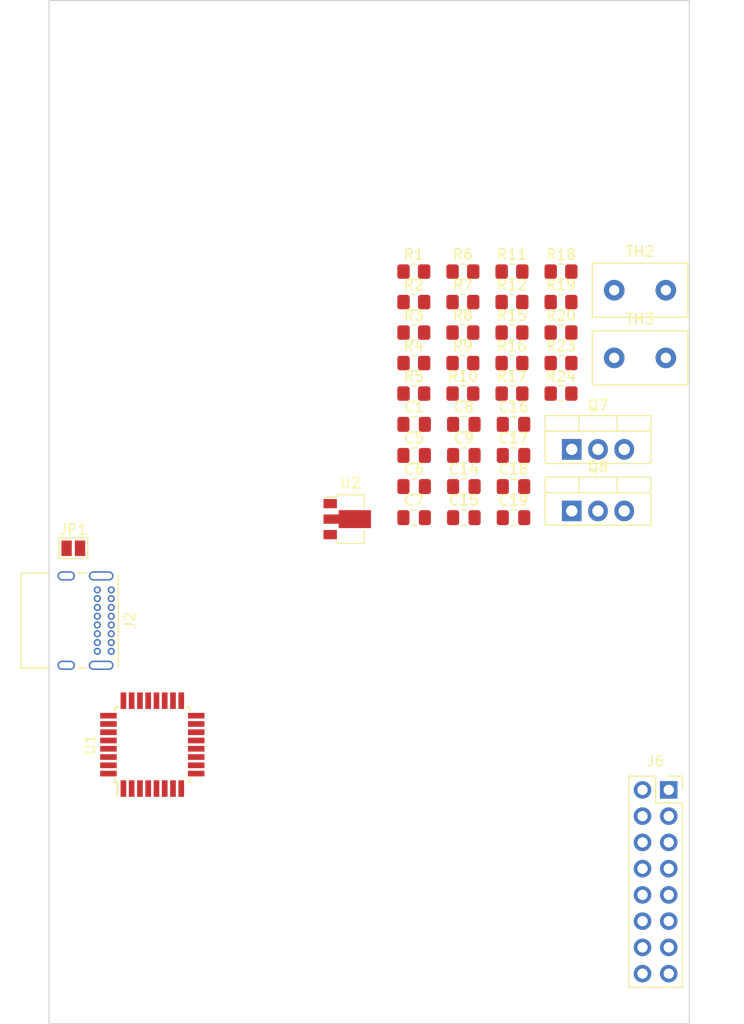
<source format=kicad_pcb>
(kicad_pcb (version 20221018) (generator pcbnew)
  (title_block (date "2023-03-25") (rev "1"))
  (layers (0 "F.Cu" signal) (31 "B.Cu" signal) (34 "B.Paste" user) (35 "F.Paste" user) (36 "B.SilkS" user "B.Silkscreen") (37 "F.SilkS" user "F.Silkscreen") (38 "B.Mask" user) (39 "F.Mask" user) (44 "Edge.Cuts" user))
  (net 0 "")
  (net 1 "GNDD")
  (net 2 "GND")
  (net 3 "VBUS")
  (net 4 "+3V3")
  (net 5 "Net-(U1-VCCP)")
  (net 6 "+30V")
  (net 7 "-30V")
  (net 8 "Net-(J2-CC1)")
  (net 9 "Net-(D3-A2)")
  (net 10 "Net-(D2-A2)")
  (net 13 "Net-(Q1-G)")
  (net 14 "Net-(U1-D-)")
  (net 15 "Net-(U1-D+)")
  (net 16 "Net-(U1-DT)")
  (net 17 "Net-(U1-XTI)")
  (net 18 "Net-(U1-XTO)")
  (net 19 "Net-(Q2-G)")
  (net 20 "Net-(Q7-B)")
  (net 21 "Net-(Q8-B)")
  (net 22 "Net-(D1-A2)")
  (net 23 "Net-(FB2-Pad1)")
  (net 24 "Net-(J2-SHIELD)")
  (net 25 "Net-(U2-ADJ)")
  (net 27 "/LRCK")
  (net 31 "/SSPND")
  (net 33 "/DATA")
  (net 34 "/SCK")
  (net 35 "/BCK")
  (net 42 "Net-(U1-VCOM)")
  (net 43 "+30Vreg")
  (net 44 "-30Vreg")
  (net 47 "Net-(D5-+)")
  (net 48 "Net-(D5--)")
  (net 49 "Net-(D6-A)")
  (net 51 "Net-(R18-Pad2)")
  (net 52 "Net-(R19-Pad1)")
  (net 53 "Net-(D7-K)")
  (footprint "Resistor_SMD:R_0805_2012Metric_Pad1.20x1.40mm_HandSolder" (layer "F.Cu") (at 49.57 35.08)
    (fp_text reference "R23" (at 0 -1.65) (layer "F.SilkS"))
    (fp_text value "10k")
    (fp_line (start -0.227064 -0.735) (end 0.227064 -0.735) (stroke (width 0.12)) (layer "F.SilkS"))
    (fp_line (start -0.227064 0.735) (end 0.227064 0.735) (stroke (width 0.12)) (layer "F.SilkS"))
    (pad "1" smd roundrect (at -1 0) (size 1.2 1.4) (layers "F.Cu" "F.Paste" "F.Mask") (roundrect_rratio 0.208333) (net 4 "+3V3"))
    (pad "2" smd roundrect (at 1 0) (size 1.2 1.4) (layers "F.Cu" "F.Paste" "F.Mask") (roundrect_rratio 0.208333) (net 25 "Net-(U2-ADJ)"))
  )
  (footprint "Package_TO_SOT_SMD:SOT-89-3" (layer "F.Cu") (at 29.17 50.18)
    (fp_text reference "U2" (at 0 -3.5) (layer "F.SilkS"))
    (fp_text value "LM317")
    (fp_line (start -2.5 -2.13) (end -1.36 -2.13) (stroke (width 0.12)) (layer "F.SilkS"))
    (fp_line (start -1.36 -2.36) (end -1.36 -2.13) (stroke (width 0.12)) (layer "F.SilkS"))
    (fp_line (start -1.36 -2.36) (end 1.36 -2.36) (stroke (width 0.12)) (layer "F.SilkS"))
    (fp_line (start -1.36 2.36) (end -1.36 2.13) (stroke (width 0.12)) (layer "F.SilkS"))
    (fp_line (start 1.36 -2.36) (end 1.36 -1.05) (stroke (width 0.12)) (layer "F.SilkS"))
    (fp_line (start 1.36 1.05) (end 1.36 2.36) (stroke (width 0.12)) (layer "F.SilkS"))
    (fp_line (start 1.36 2.36) (end -1.36 2.36) (stroke (width 0.12)) (layer "F.SilkS"))
    (pad "1" smd rect (at -1.95 -1.5) (size 1.3 0.9) (layers "F.Cu" "F.Paste" "F.Mask") (net 25 "Net-(U2-ADJ)"))
    (pad "2" smd custom (at -1.8625 0) (size 1.475 0.9) (layers "F.Cu" "F.Paste" "F.Mask") (net 4 "+3V3") (options (clearance outline) (anchor rect)) (primitives (gr_poly (pts (xy 3.8625 0.8665) (xy 0.7375 0.8665) (xy 0.7375 -0.8665) (xy 3.8625 -0.8665)) (width 0) (fill yes))))
    (pad "3" smd rect (at -1.95 1.5) (size 1.3 0.9) (layers "F.Cu" "F.Paste" "F.Mask") (net 3 "VBUS"))
  )
  (footprint "Capacitor_SMD:C_0805_2012Metric_Pad1.18x1.45mm_HandSolder" (layer "F.Cu") (at 44.97 50.04)
    (fp_text reference "C19" (at 0 -1.68) (layer "F.SilkS"))
    (fp_text value "1u")
    (fp_line (start -0.261252 -0.735) (end 0.261252 -0.735) (stroke (width 0.12)) (layer "F.SilkS"))
    (fp_line (start -0.261252 0.735) (end 0.261252 0.735) (stroke (width 0.12)) (layer "F.SilkS"))
    (pad "1" smd roundrect (at -1.0375 0) (size 1.175 1.45) (layers "F.Cu" "F.Paste" "F.Mask") (roundrect_rratio 0.212766) (net 1 "GNDD"))
    (pad "2" smd roundrect (at 1.0375 0) (size 1.175 1.45) (layers "F.Cu" "F.Paste" "F.Mask") (roundrect_rratio 0.212766) (net 4 "+3V3"))
  )
  (footprint "Capacitor_SMD:C_0805_2012Metric_Pad1.18x1.45mm_HandSolder" (layer "F.Cu") (at 40.16 50.04)
    (fp_text reference "C15" (at 0 -1.68) (layer "F.SilkS"))
    (fp_text value "47u")
    (fp_line (start -0.261252 -0.735) (end 0.261252 -0.735) (stroke (width 0.12)) (layer "F.SilkS"))
    (fp_line (start -0.261252 0.735) (end 0.261252 0.735) (stroke (width 0.12)) (layer "F.SilkS"))
    (pad "1" smd roundrect (at -1.0375 0) (size 1.175 1.45) (layers "F.Cu" "F.Paste" "F.Mask") (roundrect_rratio 0.212766) (net 2 "GND"))
    (pad "2" smd roundrect (at 1.0375 0) (size 1.175 1.45) (layers "F.Cu" "F.Paste" "F.Mask") (roundrect_rratio 0.212766) (net 7 "-30V"))
  )
  (footprint "Capacitor_SMD:C_0805_2012Metric_Pad1.18x1.45mm_HandSolder" (layer "F.Cu") (at 35.35 44.02)
    (fp_text reference "C5" (at 0 -1.68) (layer "F.SilkS"))
    (fp_text value "100n")
    (fp_line (start -0.261252 -0.735) (end 0.261252 -0.735) (stroke (width 0.12)) (layer "F.SilkS"))
    (fp_line (start -0.261252 0.735) (end 0.261252 0.735) (stroke (width 0.12)) (layer "F.SilkS"))
    (pad "1" smd roundrect (at -1.0375 0) (size 1.175 1.45) (layers "F.Cu" "F.Paste" "F.Mask") (roundrect_rratio 0.212766) (net 1 "GNDD"))
    (pad "2" smd roundrect (at 1.0375 0) (size 1.175 1.45) (layers "F.Cu" "F.Paste" "F.Mask") (roundrect_rratio 0.212766) (net 4 "+3V3"))
  )
  (footprint "Resistor_SMD:R_0805_2012Metric_Pad1.20x1.40mm_HandSolder" (layer "F.Cu") (at 35.32 29.18)
    (fp_text reference "R2" (at 0 -1.65) (layer "F.SilkS"))
    (fp_text value "1k5")
    (fp_line (start -0.227064 -0.735) (end 0.227064 -0.735) (stroke (width 0.12)) (layer "F.SilkS"))
    (fp_line (start -0.227064 0.735) (end 0.227064 0.735) (stroke (width 0.12)) (layer "F.SilkS"))
    (pad "1" smd roundrect (at -1 0) (size 1.2 1.4) (layers "F.Cu" "F.Paste" "F.Mask") (roundrect_rratio 0.208333) (net 9 "Net-(D3-A2)"))
    (pad "2" smd roundrect (at 1 0) (size 1.2 1.4) (layers "F.Cu" "F.Paste" "F.Mask") (roundrect_rratio 0.208333) (net 4 "+3V3"))
  )
  (footprint "Package_QFP:TQFP-32_7x7mm_P0.8mm" (layer "F.Cu") (at 10 72 90)
    (fp_text reference "U1" (at 0 -6.05 90) (layer "F.SilkS"))
    (fp_text value "PCM2707CPJTR")
    (fp_line (start -3.625 -3.625) (end -3.625 -3.4) (stroke (width 0.15)) (layer "F.SilkS"))
    (fp_line (start -3.625 -3.625) (end -3.3 -3.625) (stroke (width 0.15)) (layer "F.SilkS"))
    (fp_line (start -3.625 -3.4) (end -5.05 -3.4) (stroke (width 0.15)) (layer "F.SilkS"))
    (fp_line (start -3.625 3.625) (end -3.625 3.3) (stroke (width 0.15)) (layer "F.SilkS"))
    (fp_line (start -3.625 3.625) (end -3.3 3.625) (stroke (width 0.15)) (layer "F.SilkS"))
    (fp_line (start 3.625 -3.625) (end 3.3 -3.625) (stroke (width 0.15)) (layer "F.SilkS"))
    (fp_line (start 3.625 -3.625) (end 3.625 -3.3) (stroke (width 0.15)) (layer "F.SilkS"))
    (fp_line (start 3.625 3.625) (end 3.3 3.625) (stroke (width 0.15)) (layer "F.SilkS"))
    (fp_line (start 3.625 3.625) (end 3.625 3.3) (stroke (width 0.15)) (layer "F.SilkS"))
    (pad "1" smd rect (at -4.25 -2.8 90) (size 1.6 0.55) (layers "F.Cu" "F.Paste" "F.Mask") (net 1 "GNDD"))
    (pad "2" smd rect (at -4.25 -2 90) (size 1.6 0.55) (layers "F.Cu" "F.Paste" "F.Mask") (net 5 "Net-(U1-VCCP)"))
    (pad "3" smd rect (at -4.25 -1.2 90) (size 1.6 0.55) (layers "F.Cu" "F.Paste" "F.Mask") (net 3 "VBUS"))
    (pad "4" smd rect (at -4.25 -0.4 90) (size 1.6 0.55) (layers "F.Cu" "F.Paste" "F.Mask"))
    (pad "5" smd rect (at -4.25 0.4 90) (size 1.6 0.55) (layers "F.Cu" "F.Paste" "F.Mask") (net 27 "/LRCK"))
    (pad "6" smd rect (at -4.25 1.2 90) (size 1.6 0.55) (layers "F.Cu" "F.Paste" "F.Mask"))
    (pad "7" smd rect (at -4.25 2 90) (size 1.6 0.55) (layers "F.Cu" "F.Paste" "F.Mask"))
    (pad "8" smd rect (at -4.25 2.8 90) (size 1.6 0.55) (layers "F.Cu" "F.Paste" "F.Mask"))
    (pad "9" smd rect (at -2.8 4.25 180) (size 1.6 0.55) (layers "F.Cu" "F.Paste" "F.Mask") (net 1 "GNDD"))
    (pad "10" smd rect (at -2 4.25 180) (size 1.6 0.55) (layers "F.Cu" "F.Paste" "F.Mask") (net 4 "+3V3"))
    (pad "11" smd rect (at -1.2 4.25 180) (size 1.6 0.55) (layers "F.Cu" "F.Paste" "F.Mask") (net 31 "/SSPND"))
    (pad "12" smd rect (at -0.4 4.25 180) (size 1.6 0.55) (layers "F.Cu" "F.Paste" "F.Mask") (net 17 "Net-(U1-XTI)"))
    (pad "13" smd rect (at 0.4 4.25 180) (size 1.6 0.55) (layers "F.Cu" "F.Paste" "F.Mask") (net 18 "Net-(U1-XTO)"))
    (pad "14" smd rect (at 1.2 4.25 180) (size 1.6 0.55) (layers "F.Cu" "F.Paste" "F.Mask"))
    (pad "15" smd rect (at 2 4.25 180) (size 1.6 0.55) (layers "F.Cu" "F.Paste" "F.Mask") (net 16 "Net-(U1-DT)"))
    (pad "16" smd rect (at 2.8 4.25 180) (size 1.6 0.55) (layers "F.Cu" "F.Paste" "F.Mask") (net 1 "GNDD"))
    (pad "17" smd rect (at 4.25 2.8 90) (size 1.6 0.55) (layers "F.Cu" "F.Paste" "F.Mask") (net 33 "/DATA"))
    (pad "18" smd rect (at 4.25 2 90) (size 1.6 0.55) (layers "F.Cu" "F.Paste" "F.Mask") (net 34 "/SCK"))
    (pad "19" smd rect (at 4.25 1.2 90) (size 1.6 0.55) (layers "F.Cu" "F.Paste" "F.Mask") (net 35 "/BCK"))
    (pad "20" smd rect (at 4.25 0.4 90) (size 1.6 0.55) (layers "F.Cu" "F.Paste" "F.Mask") (net 1 "GNDD"))
    (pad "21" smd rect (at 4.25 -0.4 90) (size 1.6 0.55) (layers "F.Cu" "F.Paste" "F.Mask") (net 4 "+3V3"))
    (pad "22" smd rect (at 4.25 -1.2 90) (size 1.6 0.55) (layers "F.Cu" "F.Paste" "F.Mask") (net 14 "Net-(U1-D-)"))
    (pad "23" smd rect (at 4.25 -2 90) (size 1.6 0.55) (layers "F.Cu" "F.Paste" "F.Mask") (net 15 "Net-(U1-D+)"))
    (pad "24" smd rect (at 4.25 -2.8 90) (size 1.6 0.55) (layers "F.Cu" "F.Paste" "F.Mask") (net 3 "VBUS"))
    (pad "25" smd rect (at 2.8 -4.25 180) (size 1.6 0.55) (layers "F.Cu" "F.Paste" "F.Mask") (net 1 "GNDD"))
    (pad "26" smd rect (at 2 -4.25 180) (size 1.6 0.55) (layers "F.Cu" "F.Paste" "F.Mask"))
    (pad "27" smd rect (at 1.2 -4.25 180) (size 1.6 0.55) (layers "F.Cu" "F.Paste" "F.Mask"))
    (pad "28" smd rect (at 0.4 -4.25 180) (size 1.6 0.55) (layers "F.Cu" "F.Paste" "F.Mask"))
    (pad "29" smd rect (at -0.4 -4.25 180) (size 1.6 0.55) (layers "F.Cu" "F.Paste" "F.Mask"))
    (pad "30" smd rect (at -1.2 -4.25 180) (size 1.6 0.55) (layers "F.Cu" "F.Paste" "F.Mask"))
    (pad "31" smd rect (at -2 -4.25 180) (size 1.6 0.55) (layers "F.Cu" "F.Paste" "F.Mask"))
    (pad "32" smd rect (at -2.8 -4.25 180) (size 1.6 0.55) (layers "F.Cu" "F.Paste" "F.Mask") (net 42 "Net-(U1-VCOM)"))
  )
  (footprint "Capacitor_SMD:C_0805_2012Metric_Pad1.18x1.45mm_HandSolder" (layer "F.Cu") (at 35.35 50.04)
    (fp_text reference "C7" (at 0 -1.68) (layer "F.SilkS"))
    (fp_text value "100n")
    (fp_line (start -0.261252 -0.735) (end 0.261252 -0.735) (stroke (width 0.12)) (layer "F.SilkS"))
    (fp_line (start -0.261252 0.735) (end 0.261252 0.735) (stroke (width 0.12)) (layer "F.SilkS"))
    (pad "1" smd roundrect (at -1.0375 0) (size 1.175 1.45) (layers "F.Cu" "F.Paste" "F.Mask") (roundrect_rratio 0.212766) (net 1 "GNDD"))
    (pad "2" smd roundrect (at 1.0375 0) (size 1.175 1.45) (layers "F.Cu" "F.Paste" "F.Mask") (roundrect_rratio 0.212766) (net 5 "Net-(U1-VCCP)"))
  )
  (footprint "Resistor_SMD:R_0805_2012Metric_Pad1.20x1.40mm_HandSolder" (layer "F.Cu") (at 49.57 26.23)
    (fp_text reference "R18" (at 0 -1.65) (layer "F.SilkS"))
    (fp_text value "1k")
    (fp_line (start -0.227064 -0.735) (end 0.227064 -0.735) (stroke (width 0.12)) (layer "F.SilkS"))
    (fp_line (start -0.227064 0.735) (end 0.227064 0.735) (stroke (width 0.12)) (layer "F.SilkS"))
    (pad "1" smd roundrect (at -1 0) (size 1.2 1.4) (layers "F.Cu" "F.Paste" "F.Mask") (roundrect_rratio 0.208333) (net 49 "Net-(D6-A)"))
    (pad "2" smd roundrect (at 1 0) (size 1.2 1.4) (layers "F.Cu" "F.Paste" "F.Mask") (roundrect_rratio 0.208333) (net 51 "Net-(R18-Pad2)"))
  )
  (footprint "Capacitor_THT:C_Disc_D9.0mm_W5.0mm_P5.00mm" (layer "F.Cu") (at 54.72 28.03)
    (fp_text reference "TH2" (at 2.5 -3.75) (layer "F.SilkS"))
    (fp_text value "20R->1R")
    (fp_line (start -2.12 -2.62) (end -2.12 2.62) (stroke (width 0.12)) (layer "F.SilkS"))
    (fp_line (start -2.12 -2.62) (end 7.12 -2.62) (stroke (width 0.12)) (layer "F.SilkS"))
    (fp_line (start -2.12 2.62) (end 7.12 2.62) (stroke (width 0.12)) (layer "F.SilkS"))
    (fp_line (start 7.12 -2.62) (end 7.12 2.62) (stroke (width 0.12)) (layer "F.SilkS"))
    (pad "1" thru_hole circle (at 0 0) (size 2 2) (drill 1) (layers "*.Cu" "*.Mask") (net 47 "Net-(D5-+)"))
    (pad "2" thru_hole circle (at 5 0) (size 2 2) (drill 1) (layers "*.Cu" "*.Mask") (net 6 "+30V"))
  )
  (footprint "Resistor_SMD:R_0805_2012Metric_Pad1.20x1.40mm_HandSolder" (layer "F.Cu") (at 35.32 32.13)
    (fp_text reference "R3" (at 0 -1.65) (layer "F.SilkS"))
    (fp_text value "22")
    (fp_line (start -0.227064 -0.735) (end 0.227064 -0.735) (stroke (width 0.12)) (layer "F.SilkS"))
    (fp_line (start -0.227064 0.735) (end 0.227064 0.735) (stroke (width 0.12)) (layer "F.SilkS"))
    (pad "1" smd roundrect (at -1 0) (size 1.2 1.4) (layers "F.Cu" "F.Paste" "F.Mask") (roundrect_rratio 0.208333) (net 10 "Net-(D2-A2)"))
    (pad "2" smd roundrect (at 1 0) (size 1.2 1.4) (layers "F.Cu" "F.Paste" "F.Mask") (roundrect_rratio 0.208333) (net 14 "Net-(U1-D-)"))
  )
  (footprint "Capacitor_THT:C_Disc_D9.0mm_W5.0mm_P5.00mm" (layer "F.Cu") (at 54.72 34.58)
    (fp_text reference "TH3" (at 2.5 -3.75) (layer "F.SilkS"))
    (fp_text value "20R->1R")
    (fp_line (start -2.12 -2.62) (end -2.12 2.62) (stroke (width 0.12)) (layer "F.SilkS"))
    (fp_line (start -2.12 -2.62) (end 7.12 -2.62) (stroke (width 0.12)) (layer "F.SilkS"))
    (fp_line (start -2.12 2.62) (end 7.12 2.62) (stroke (width 0.12)) (layer "F.SilkS"))
    (fp_line (start 7.12 -2.62) (end 7.12 2.62) (stroke (width 0.12)) (layer "F.SilkS"))
    (pad "1" thru_hole circle (at 0 0) (size 2 2) (drill 1) (layers "*.Cu" "*.Mask") (net 48 "Net-(D5--)"))
    (pad "2" thru_hole circle (at 5 0) (size 2 2) (drill 1) (layers "*.Cu" "*.Mask") (net 7 "-30V"))
  )
  (footprint "Capacitor_SMD:C_0805_2012Metric_Pad1.18x1.45mm_HandSolder" (layer "F.Cu") (at 44.97 41.01)
    (fp_text reference "C16" (at 0 -1.68) (layer "F.SilkS"))
    (fp_text value "47u")
    (fp_line (start -0.261252 -0.735) (end 0.261252 -0.735) (stroke (width 0.12)) (layer "F.SilkS"))
    (fp_line (start -0.261252 0.735) (end 0.261252 0.735) (stroke (width 0.12)) (layer "F.SilkS"))
    (pad "1" smd roundrect (at -1.0375 0) (size 1.175 1.45) (layers "F.Cu" "F.Paste" "F.Mask") (roundrect_rratio 0.212766) (net 20 "Net-(Q7-B)"))
    (pad "2" smd roundrect (at 1.0375 0) (size 1.175 1.45) (layers "F.Cu" "F.Paste" "F.Mask") (roundrect_rratio 0.212766) (net 2 "GND"))
  )
  (footprint "Resistor_SMD:R_0805_2012Metric_Pad1.20x1.40mm_HandSolder" (layer "F.Cu") (at 35.32 26.23)
    (fp_text reference "R1" (at 0 -1.65) (layer "F.SilkS"))
    (fp_text value "5.1k")
    (fp_line (start -0.227064 -0.735) (end 0.227064 -0.735) (stroke (width 0.12)) (layer "F.SilkS"))
    (fp_line (start -0.227064 0.735) (end 0.227064 0.735) (stroke (width 0.12)) (layer "F.SilkS"))
    (pad "1" smd roundrect (at -1 0) (size 1.2 1.4) (layers "F.Cu" "F.Paste" "F.Mask") (roundrect_rratio 0.208333) (net 8 "Net-(J2-CC1)"))
    (pad "2" smd roundrect (at 1 0) (size 1.2 1.4) (layers "F.Cu" "F.Paste" "F.Mask") (roundrect_rratio 0.208333) (net 1 "GNDD"))
  )
  (footprint "Capacitor_SMD:C_0805_2012Metric_Pad1.18x1.45mm_HandSolder" (layer "F.Cu") (at 44.97 44.02)
    (fp_text reference "C17" (at 0 -1.68) (layer "F.SilkS"))
    (fp_text value "47u")
    (fp_line (start -0.261252 -0.735) (end 0.261252 -0.735) (stroke (width 0.12)) (layer "F.SilkS"))
    (fp_line (start -0.261252 0.735) (end 0.261252 0.735) (stroke (width 0.12)) (layer "F.SilkS"))
    (pad "1" smd roundrect (at -1.0375 0) (size 1.175 1.45) (layers "F.Cu" "F.Paste" "F.Mask") (roundrect_rratio 0.212766) (net 2 "GND"))
    (pad "2" smd roundrect (at 1.0375 0) (size 1.175 1.45) (layers "F.Cu" "F.Paste" "F.Mask") (roundrect_rratio 0.212766) (net 21 "Net-(Q8-B)"))
  )
  (footprint "Resistor_SMD:R_0805_2012Metric_Pad1.20x1.40mm_HandSolder" (layer "F.Cu") (at 40.07 32.13)
    (fp_text reference "R8" (at 0 -1.65) (layer "F.SilkS"))
    (fp_text value "10k")
    (fp_line (start -0.227064 -0.735) (end 0.227064 -0.735) (stroke (width 0.12)) (layer "F.SilkS"))
    (fp_line (start -0.227064 0.735) (end 0.227064 0.735) (stroke (width 0.12)) (layer "F.SilkS"))
    (pad "1" smd roundrect (at -1 0) (size 1.2 1.4) (layers "F.Cu" "F.Paste" "F.Mask") (roundrect_rratio 0.208333) (net 13 "Net-(Q1-G)"))
    (pad "2" smd roundrect (at 1 0) (size 1.2 1.4) (layers "F.Cu" "F.Paste" "F.Mask") (roundrect_rratio 0.208333) (net 2 "GND"))
  )
  (footprint "Resistor_SMD:R_0805_2012Metric_Pad1.20x1.40mm_HandSolder" (layer "F.Cu") (at 44.82 29.18)
    (fp_text reference "R12" (at 0 -1.65) (layer "F.SilkS"))
    (fp_text value "10k")
    (fp_line (start -0.227064 -0.735) (end 0.227064 -0.735) (stroke (width 0.12)) (layer "F.SilkS"))
    (fp_line (start -0.227064 0.735) (end 0.227064 0.735) (stroke (width 0.12)) (layer "F.SilkS"))
    (pad "1" smd roundrect (at -1 0) (size 1.2 1.4) (layers "F.Cu" "F.Paste" "F.Mask") (roundrect_rratio 0.208333) (net 2 "GND"))
    (pad "2" smd roundrect (at 1 0) (size 1.2 1.4) (layers "F.Cu" "F.Paste" "F.Mask") (roundrect_rratio 0.208333) (net 7 "-30V"))
  )
  (footprint "Resistor_SMD:R_0805_2012Metric_Pad1.20x1.40mm_HandSolder" (layer "F.Cu") (at 44.82 35.08)
    (fp_text reference "R16" (at 0 -1.65) (layer "F.SilkS"))
    (fp_text value "3k3")
    (fp_line (start -0.227064 -0.735) (end 0.227064 -0.735) (stroke (width 0.12)) (layer "F.SilkS"))
    (fp_line (start -0.227064 0.735) (end 0.227064 0.735) (stroke (width 0.12)) (layer "F.SilkS"))
    (pad "1" smd roundrect (at -1 0) (size 1.2 1.4) (layers "F.Cu" "F.Paste" "F.Mask") (roundrect_rratio 0.208333) (net 7 "-30V"))
    (pad "2" smd roundrect (at 1 0) (size 1.2 1.4) (layers "F.Cu" "F.Paste" "F.Mask") (roundrect_rratio 0.208333) (net 21 "Net-(Q8-B)"))
  )
  (footprint "Resistor_SMD:R_0805_2012Metric_Pad1.20x1.40mm_HandSolder" (layer "F.Cu") (at 40.07 38.03)
    (fp_text reference "R10" (at 0 -1.65) (layer "F.SilkS"))
    (fp_text value "22k")
    (fp_line (start -0.227064 -0.735) (end 0.227064 -0.735) (stroke (width 0.12)) (layer "F.SilkS"))
    (fp_line (start -0.227064 0.735) (end 0.227064 0.735) (stroke (width 0.12)) (layer "F.SilkS"))
    (pad "1" smd roundrect (at -1 0) (size 1.2 1.4) (layers "F.Cu" "F.Paste" "F.Mask") (roundrect_rratio 0.208333) (net 19 "Net-(Q2-G)"))
    (pad "2" smd roundrect (at 1 0) (size 1.2 1.4) (layers "F.Cu" "F.Paste" "F.Mask") (roundrect_rratio 0.208333) (net 48 "Net-(D5--)"))
  )
  (footprint "Resistor_SMD:R_0805_2012Metric_Pad1.20x1.40mm_HandSolder" (layer "F.Cu") (at 44.82 26.23)
    (fp_text reference "R11" (at 0 -1.65) (layer "F.SilkS"))
    (fp_text value "10k")
    (fp_line (start -0.227064 -0.735) (end 0.227064 -0.735) (stroke (width 0.12)) (layer "F.SilkS"))
    (fp_line (start -0.227064 0.735) (end 0.227064 0.735) (stroke (width 0.12)) (layer "F.SilkS"))
    (pad "1" smd roundrect (at -1 0) (size 1.2 1.4) (layers "F.Cu" "F.Paste" "F.Mask") (roundrect_rratio 0.208333) (net 6 "+30V"))
    (pad "2" smd roundrect (at 1 0) (size 1.2 1.4) (layers "F.Cu" "F.Paste" "F.Mask") (roundrect_rratio 0.208333) (net 2 "GND"))
  )
  (footprint "Resistor_SMD:R_0805_2012Metric_Pad1.20x1.40mm_HandSolder" (layer "F.Cu") (at 49.57 38.03)
    (fp_text reference "R24" (at 0 -1.65) (layer "F.SilkS"))
    (fp_text value "16k")
    (fp_line (start -0.227064 -0.735) (end 0.227064 -0.735) (stroke (width 0.12)) (layer "F.SilkS"))
    (fp_line (start -0.227064 0.735) (end 0.227064 0.735) (stroke (width 0.12)) (layer "F.SilkS"))
    (pad "1" smd roundrect (at -1 0) (size 1.2 1.4) (layers "F.Cu" "F.Paste" "F.Mask") (roundrect_rratio 0.208333) (net 25 "Net-(U2-ADJ)"))
    (pad "2" smd roundrect (at 1 0) (size 1.2 1.4) (layers "F.Cu" "F.Paste" "F.Mask") (roundrect_rratio 0.208333) (net 1 "GNDD"))
  )
  (footprint "Package_TO_SOT_THT:TO-220-3_Vertical" (layer "F.Cu") (at 50.61 49.39)
    (fp_text reference "Q8" (at 2.54 -4.27) (layer "F.SilkS"))
    (fp_text value "PNP")
    (fp_line (start -2.58 -3.27) (end -2.58 1.371) (stroke (width 0.12)) (layer "F.SilkS"))
    (fp_line (start -2.58 -3.27) (end 7.66 -3.27) (stroke (width 0.12)) (layer "F.SilkS"))
    (fp_line (start -2.58 -1.76) (end 7.66 -1.76) (stroke (width 0.12)) (layer "F.SilkS"))
    (fp_line (start -2.58 1.371) (end 7.66 1.371) (stroke (width 0.12)) (layer "F.SilkS"))
    (fp_line (start 0.69 -3.27) (end 0.69 -1.76) (stroke (width 0.12)) (layer "F.SilkS"))
    (fp_line (start 4.391 -3.27) (end 4.391 -1.76) (stroke (width 0.12)) (layer "F.SilkS"))
    (fp_line (start 7.66 -3.27) (end 7.66 1.371) (stroke (width 0.12)) (layer "F.SilkS"))
    (pad "1" thru_hole rect (at 0 0) (size 1.905 2) (drill 1.1) (layers "*.Cu" "*.Mask") (net 7 "-30V"))
    (pad "2" thru_hole oval (at 2.54 0) (size 1.905 2) (drill 1.1) (layers "*.Cu" "*.Mask") (net 21 "Net-(Q8-B)"))
    (pad "3" thru_hole oval (at 5.08 0) (size 1.905 2) (drill 1.1) (layers "*.Cu" "*.Mask") (net 44 "-30Vreg"))
  )
  (footprint "Resistor_SMD:R_0805_2012Metric_Pad1.20x1.40mm_HandSolder" (layer "F.Cu") (at 44.82 32.13)
    (fp_text reference "R15" (at 0 -1.65) (layer "F.SilkS"))
    (fp_text value "3k3")
    (fp_line (start -0.227064 -0.735) (end 0.227064 -0.735) (stroke (width 0.12)) (layer "F.SilkS"))
    (fp_line (start -0.227064 0.735) (end 0.227064 0.735) (stroke (width 0.12)) (layer "F.SilkS"))
    (pad "1" smd roundrect (at -1 0) (size 1.2 1.4) (layers "F.Cu" "F.Paste" "F.Mask") (roundrect_rratio 0.208333) (net 6 "+30V"))
    (pad "2" smd roundrect (at 1 0) (size 1.2 1.4) (layers "F.Cu" "F.Paste" "F.Mask") (roundrect_rratio 0.208333) (net 20 "Net-(Q7-B)"))
  )
  (footprint "Resistor_SMD:R_0805_2012Metric_Pad1.20x1.40mm_HandSolder" (layer "F.Cu") (at 35.32 35.08)
    (fp_text reference "R4" (at 0 -1.65) (layer "F.SilkS"))
    (fp_text value "22")
    (fp_line (start -0.227064 -0.735) (end 0.227064 -0.735) (stroke (width 0.12)) (layer "F.SilkS"))
    (fp_line (start -0.227064 0.735) (end 0.227064 0.735) (stroke (width 0.12)) (layer "F.SilkS"))
    (pad "1" smd roundrect (at -1 0) (size 1.2 1.4) (layers "F.Cu" "F.Paste" "F.Mask") (roundrect_rratio 0.208333) (net 9 "Net-(D3-A2)"))
    (pad "2" smd roundrect (at 1 0) (size 1.2 1.4) (layers "F.Cu" "F.Paste" "F.Mask") (roundrect_rratio 0.208333) (net 15 "Net-(U1-D+)"))
  )
  (footprint "Capacitor_SMD:C_0805_2012Metric_Pad1.18x1.45mm_HandSolder" (layer "F.Cu") (at 40.16 41.01)
    (fp_text reference "C8" (at 0 -1.68) (layer "F.SilkS"))
    (fp_text value "47u")
    (fp_line (start -0.261252 -0.735) (end 0.261252 -0.735) (stroke (width 0.12)) (layer "F.SilkS"))
    (fp_line (start -0.261252 0.735) (end 0.261252 0.735) (stroke (width 0.12)) (layer "F.SilkS"))
    (pad "1" smd roundrect (at -1.0375 0) (size 1.175 1.45) (layers "F.Cu" "F.Paste" "F.Mask") (roundrect_rratio 0.212766) (net 13 "Net-(Q1-G)"))
    (pad "2" smd roundrect (at 1.0375 0) (size 1.175 1.45) (layers "F.Cu" "F.Paste" "F.Mask") (roundrect_rratio 0.212766) (net 2 "GND"))
  )
  (footprint "Resistor_SMD:R_0805_2012Metric_Pad1.20x1.40mm_HandSolder" (layer "F.Cu") (at 40.07 26.23)
    (fp_text reference "R6" (at 0 -1.65) (layer "F.SilkS"))
    (fp_text value "1M")
    (fp_line (start -0.227064 -0.735) (end 0.227064 -0.735) (stroke (width 0.12)) (layer "F.SilkS"))
    (fp_line (start -0.227064 0.735) (end 0.227064 0.735) (stroke (width 0.12)) (layer "F.SilkS"))
    (pad "1" smd roundrect (at -1 0) (size 1.2 1.4) (layers "F.Cu" "F.Paste" "F.Mask") (roundrect_rratio 0.208333) (net 17 "Net-(U1-XTI)"))
    (pad "2" smd roundrect (at 1 0) (size 1.2 1.4) (layers "F.Cu" "F.Paste" "F.Mask") (roundrect_rratio 0.208333) (net 18 "Net-(U1-XTO)"))
  )
  (footprint "Capacitor_SMD:C_0805_2012Metric_Pad1.18x1.45mm_HandSolder" (layer "F.Cu") (at 40.16 47.03)
    (fp_text reference "C14" (at 0 -1.68) (layer "F.SilkS"))
    (fp_text value "47u")
    (fp_line (start -0.261252 -0.735) (end 0.261252 -0.735) (stroke (width 0.12)) (layer "F.SilkS"))
    (fp_line (start -0.261252 0.735) (end 0.261252 0.735) (stroke (width 0.12)) (layer "F.SilkS"))
    (pad "1" smd roundrect (at -1.0375 0) (size 1.175 1.45) (layers "F.Cu" "F.Paste" "F.Mask") (roundrect_rratio 0.212766) (net 6 "+30V"))
    (pad "2" smd roundrect (at 1.0375 0) (size 1.175 1.45) (layers "F.Cu" "F.Paste" "F.Mask") (roundrect_rratio 0.212766) (net 2 "GND"))
  )
  (footprint "Capacitor_SMD:C_0805_2012Metric_Pad1.18x1.45mm_HandSolder" (layer "F.Cu") (at 35.35 41.01)
    (fp_text reference "C1" (at 0 -1.68) (layer "F.SilkS"))
    (fp_text value "1u")
    (fp_line (start -0.261252 -0.735) (end 0.261252 -0.735) (stroke (width 0.12)) (layer "F.SilkS"))
    (fp_line (start -0.261252 0.735) (end 0.261252 0.735) (stroke (width 0.12)) (layer "F.SilkS"))
    (pad "1" smd roundrect (at -1.0375 0) (size 1.175 1.45) (layers "F.Cu" "F.Paste" "F.Mask") (roundrect_rratio 0.212766) (net 1 "GNDD"))
    (pad "2" smd roundrect (at 1.0375 0) (size 1.175 1.45) (layers "F.Cu" "F.Paste" "F.Mask") (roundrect_rratio 0.212766) (net 3 "VBUS"))
  )
  (footprint "Connector_USB:USB_C_Receptacle_GCT_USB4085" (layer "F.Cu") (at 6.025 57.025 -90)
    (fp_text reference "J2" (at 2.975 -1.8 90) (layer "F.SilkS"))
    (fp_text value "USB_C_Receptacle_USB2.0")
    (fp_line (start -1.62 2.4) (end -1.62 3.3) (stroke (width 0.12)) (layer "F.SilkS"))
    (fp_line (start -1.62 6) (end -1.62 8.73) (stroke (width 0.12)) (layer "F.SilkS"))
    (fp_line (start -1.62 8.73) (end 7.57 8.73) (stroke (width 0.12)) (layer "F.SilkS"))
    (fp_line (start -1.5 -0.68) (end 7.45 -0.68) (stroke (width 0.12)) (layer "F.SilkS"))
    (fp_line (start 7.57 2.4) (end 7.57 3.3) (stroke (width 0.12)) (layer "F.SilkS"))
    (fp_line (start 7.57 6) (end 7.57 8.73) (stroke (width 0.12)) (layer "F.SilkS"))
    (pad "A1" thru_hole circle (at 0 0 270) (size 0.7 0.7) (drill 0.4) (layers "*.Cu" "*.Mask") (net 22 "Net-(D1-A2)"))
    (pad "A4" thru_hole circle (at 0.85 0 270) (size 0.7 0.7) (drill 0.4) (layers "*.Cu" "*.Mask") (net 23 "Net-(FB2-Pad1)"))
    (pad "A5" thru_hole circle (at 1.7 0 270) (size 0.7 0.7) (drill 0.4) (layers "*.Cu" "*.Mask") (net 8 "Net-(J2-CC1)"))
    (pad "A6" thru_hole circle (at 2.55 0 270) (size 0.7 0.7) (drill 0.4) (layers "*.Cu" "*.Mask") (net 9 "Net-(D3-A2)"))
    (pad "A7" thru_hole circle (at 3.4 0 270) (size 0.7 0.7) (drill 0.4) (layers "*.Cu" "*.Mask") (net 10 "Net-(D2-A2)"))
    (pad "A8" thru_hole circle (at 4.25 0 270) (size 0.7 0.7) (drill 0.4) (layers "*.Cu" "*.Mask"))
    (pad "A9" thru_hole circle (at 5.1 0 270) (size 0.7 0.7) (drill 0.4) (layers "*.Cu" "*.Mask") (net 23 "Net-(FB2-Pad1)"))
    (pad "A12" thru_hole circle (at 5.95 0 270) (size 0.7 0.7) (drill 0.4) (layers "*.Cu" "*.Mask") (net 22 "Net-(D1-A2)"))
    (pad "B1" thru_hole circle (at 5.95 1.35 270) (size 0.7 0.7) (drill 0.4) (layers "*.Cu" "*.Mask") (net 22 "Net-(D1-A2)"))
    (pad "B4" thru_hole circle (at 5.1 1.35 270) (size 0.7 0.7) (drill 0.4) (layers "*.Cu" "*.Mask") (net 23 "Net-(FB2-Pad1)"))
    (pad "B5" thru_hole circle (at 4.25 1.35 270) (size 0.7 0.7) (drill 0.4) (layers "*.Cu" "*.Mask") (net 8 "Net-(J2-CC1)"))
    (pad "B6" thru_hole circle (at 3.4 1.35 270) (size 0.7 0.7) (drill 0.4) (layers "*.Cu" "*.Mask") (net 9 "Net-(D3-A2)"))
    (pad "B7" thru_hole circle (at 2.55 1.35 270) (size 0.7 0.7) (drill 0.4) (layers "*.Cu" "*.Mask") (net 10 "Net-(D2-A2)"))
    (pad "B8" thru_hole circle (at 1.7 1.35 270) (size 0.7 0.7) (drill 0.4) (layers "*.Cu" "*.Mask"))
    (pad "B9" thru_hole circle (at 0.85 1.35 270) (size 0.7 0.7) (drill 0.4) (layers "*.Cu" "*.Mask") (net 23 "Net-(FB2-Pad1)"))
    (pad "B12" thru_hole circle (at 0 1.35 270) (size 0.7 0.7) (drill 0.4) (layers "*.Cu" "*.Mask") (net 22 "Net-(D1-A2)"))
    (pad "S1" thru_hole oval (at -1.35 0.98 270) (size 0.9 2.4) (drill oval 0.6 2.1) (layers "*.Cu" "*.Mask") (net 24 "Net-(J2-SHIELD)"))
    (pad "S1" thru_hole oval (at -1.35 4.36 270) (size 0.9 1.7) (drill oval 0.6 1.4) (layers "*.Cu" "*.Mask") (net 24 "Net-(J2-SHIELD)"))
    (pad "S1" thru_hole oval (at 7.3 0.98 270) (size 0.9 2.4) (drill oval 0.6 2.1) (layers "*.Cu" "*.Mask") (net 24 "Net-(J2-SHIELD)"))
    (pad "S1" thru_hole oval (at 7.3 4.36 270) (size 0.9 1.7) (drill oval 0.6 1.4) (layers "*.Cu" "*.Mask") (net 24 "Net-(J2-SHIELD)"))
  )
  (footprint "Resistor_SMD:R_0805_2012Metric_Pad1.20x1.40mm_HandSolder" (layer "F.Cu") (at 49.57 32.13)
    (fp_text reference "R20" (at 0 -1.65) (layer "F.SilkS"))
    (fp_text value "33k")
    (fp_line (start -0.227064 -0.735) (end 0.227064 -0.735) (stroke (width 0.12)) (layer "F.SilkS"))
    (fp_line (start -0.227064 0.735) (end 0.227064 0.735) (stroke (width 0.12)) (layer "F.SilkS"))
    (pad "1" smd roundrect (at -1 0) (size 1.2 1.4) (layers "F.Cu" "F.Paste" "F.Mask") (roundrect_rratio 0.208333) (net 53 "Net-(D7-K)"))
    (pad "2" smd roundrect (at 1 0) (size 1.2 1.4) (layers "F.Cu" "F.Paste" "F.Mask") (roundrect_rratio 0.208333))
  )
  (footprint "Resistor_SMD:R_0805_2012Metric_Pad1.20x1.40mm_HandSolder" (layer "F.Cu") (at 44.82 38.03)
    (fp_text reference "R17" (at 0 -1.65) (layer "F.SilkS"))
    (fp_text value "33k")
    (fp_line (start -0.227064 -0.735) (end 0.227064 -0.735) (stroke (width 0.12)) (layer "F.SilkS"))
    (fp_line (start -0.227064 0.735) (end 0.227064 0.735) (stroke (width 0.12)) (layer "F.SilkS"))
    (pad "1" smd roundrect (at -1 0) (size 1.2 1.4) (layers "F.Cu" "F.Paste" "F.Mask") (roundrect_rratio 0.208333) (net 49 "Net-(D6-A)"))
    (pad "2" smd roundrect (at 1 0) (size 1.2 1.4) (layers "F.Cu" "F.Paste" "F.Mask") (roundrect_rratio 0.208333))
  )
  (footprint "Package_TO_SOT_THT:TO-220-3_Vertical" (layer "F.Cu") (at 50.61 43.43)
    (fp_text reference "Q7" (at 2.54 -4.27) (layer "F.SilkS"))
    (fp_text value "NPN")
    (fp_line (start -2.58 -3.27) (end -2.58 1.371) (stroke (width 0.12)) (layer "F.SilkS"))
    (fp_line (start -2.58 -3.27) (end 7.66 -3.27) (stroke (width 0.12)) (layer "F.SilkS"))
    (fp_line (start -2.58 -1.76) (end 7.66 -1.76) (stroke (width 0.12)) (layer "F.SilkS"))
    (fp_line (start -2.58 1.371) (end 7.66 1.371) (stroke (width 0.12)) (layer "F.SilkS"))
    (fp_line (start 0.69 -3.27) (end 0.69 -1.76) (stroke (width 0.12)) (layer "F.SilkS"))
    (fp_line (start 4.391 -3.27) (end 4.391 -1.76) (stroke (width 0.12)) (layer "F.SilkS"))
    (fp_line (start 7.66 -3.27) (end 7.66 1.371) (stroke (width 0.12)) (layer "F.SilkS"))
    (pad "1" thru_hole rect (at 0 0) (size 1.905 2) (drill 1.1) (layers "*.Cu" "*.Mask") (net 6 "+30V"))
    (pad "2" thru_hole oval (at 2.54 0) (size 1.905 2) (drill 1.1) (layers "*.Cu" "*.Mask") (net 20 "Net-(Q7-B)"))
    (pad "3" thru_hole oval (at 5.08 0) (size 1.905 2) (drill 1.1) (layers "*.Cu" "*.Mask") (net 43 "+30Vreg"))
  )
  (footprint "Resistor_SMD:R_0805_2012Metric_Pad1.20x1.40mm_HandSolder" (layer "F.Cu") (at 40.07 35.08)
    (fp_text reference "R9" (at 0 -1.65) (layer "F.SilkS"))
    (fp_text value "10k")
    (fp_line (start -0.227064 -0.735) (end 0.227064 -0.735) (stroke (width 0.12)) (layer "F.SilkS"))
    (fp_line (start -0.227064 0.735) (end 0.227064 0.735) (stroke (width 0.12)) (layer "F.SilkS"))
    (pad "1" smd roundrect (at -1 0) (size 1.2 1.4) (layers "F.Cu" "F.Paste" "F.Mask") (roundrect_rratio 0.208333) (net 2 "GND"))
    (pad "2" smd roundrect (at 1 0) (size 1.2 1.4) (layers "F.Cu" "F.Paste" "F.Mask") (roundrect_rratio 0.208333) (net 19 "Net-(Q2-G)"))
  )
  (footprint "Connector_PinSocket_2.54mm:PinSocket_2x08_P2.54mm_Vertical" (layer "F.Cu") (at 60 76.38)
    (fp_text reference "J6" (at -1.27 -2.77) (layer "F.SilkS"))
    (fp_text value "Conn_02x08_Odd_Even")
    (fp_line (start -3.87 -1.33) (end -3.87 19.11) (stroke (width 0.12)) (layer "F.SilkS"))
    (fp_line (start -3.87 -1.33) (end -1.27 -1.33) (stroke (width 0.12)) (layer "F.SilkS"))
    (fp_line (start -3.87 19.11) (end 1.33 19.11) (stroke (width 0.12)) (layer "F.SilkS"))
    (fp_line (start -1.27 -1.33) (end -1.27 1.27) (stroke (width 0.12)) (layer "F.SilkS"))
    (fp_line (start -1.27 1.27) (end 1.33 1.27) (stroke (width 0.12)) (layer "F.SilkS"))
    (fp_line (start 0 -1.33) (end 1.33 -1.33) (stroke (width 0.12)) (layer "F.SilkS"))
    (fp_line (start 1.33 -1.33) (end 1.33 0) (stroke (width 0.12)) (layer "F.SilkS"))
    (fp_line (start 1.33 1.27) (end 1.33 19.11) (stroke (width 0.12)) (layer "F.SilkS"))
    (pad "1" thru_hole rect (at 0 0) (size 1.7 1.7) (drill 1) (layers "*.Cu" "*.Mask") (net 43 "+30Vreg"))
    (pad "2" thru_hole oval (at -2.54 0) (size 1.7 1.7) (drill 1) (layers "*.Cu" "*.Mask") (net 6 "+30V"))
    (pad "3" thru_hole oval (at 0 2.54) (size 1.7 1.7) (drill 1) (layers "*.Cu" "*.Mask") (net 2 "GND"))
    (pad "4" thru_hole oval (at -2.54 2.54) (size 1.7 1.7) (drill 1) (layers "*.Cu" "*.Mask") (net 2 "GND"))
    (pad "5" thru_hole oval (at 0 5.08) (size 1.7 1.7) (drill 1) (layers "*.Cu" "*.Mask") (net 44 "-30Vreg"))
    (pad "6" thru_hole oval (at -2.54 5.08) (size 1.7 1.7) (drill 1) (layers "*.Cu" "*.Mask") (net 7 "-30V"))
    (pad "7" thru_hole oval (at 0 7.62) (size 1.7 1.7) (drill 1) (layers "*.Cu" "*.Mask"))
    (pad "8" thru_hole oval (at -2.54 7.62) (size 1.7 1.7) (drill 1) (layers "*.Cu" "*.Mask"))
    (pad "9" thru_hole oval (at 0 10.16) (size 1.7 1.7) (drill 1) (layers "*.Cu" "*.Mask") (net 4 "+3V3"))
    (pad "10" thru_hole oval (at -2.54 10.16) (size 1.7 1.7) (drill 1) (layers "*.Cu" "*.Mask") (net 2 "GND"))
    (pad "11" thru_hole oval (at 0 12.7) (size 1.7 1.7) (drill 1) (layers "*.Cu" "*.Mask") (net 27 "/LRCK"))
    (pad "12" thru_hole oval (at -2.54 12.7) (size 1.7 1.7) (drill 1) (layers "*.Cu" "*.Mask") (net 33 "/DATA"))
    (pad "13" thru_hole oval (at 0 15.24) (size 1.7 1.7) (drill 1) (layers "*.Cu" "*.Mask") (net 2 "GND"))
    (pad "14" thru_hole oval (at -2.54 15.24) (size 1.7 1.7) (drill 1) (layers "*.Cu" "*.Mask") (net 34 "/SCK"))
    (pad "15" thru_hole oval (at 0 17.78) (size 1.7 1.7) (drill 1) (layers "*.Cu" "*.Mask") (net 35 "/BCK"))
    (pad "16" thru_hole oval (at -2.54 17.78) (size 1.7 1.7) (drill 1) (layers "*.Cu" "*.Mask") (net 31 "/SSPND"))
  )
  (footprint "Capacitor_SMD:C_0805_2012Metric_Pad1.18x1.45mm_HandSolder" (layer "F.Cu") (at 40.16 44.02)
    (fp_text reference "C9" (at 0 -1.68) (layer "F.SilkS"))
    (fp_text value "47u")
    (fp_line (start -0.261252 -0.735) (end 0.261252 -0.735) (stroke (width 0.12)) (layer "F.SilkS"))
    (fp_line (start -0.261252 0.735) (end 0.261252 0.735) (stroke (width 0.12)) (layer "F.SilkS"))
    (pad "1" smd roundrect (at -1.0375 0) (size 1.175 1.45) (layers "F.Cu" "F.Paste" "F.Mask") (roundrect_rratio 0.212766) (net 2 "GND"))
    (pad "2" smd roundrect (at 1.0375 0) (size 1.175 1.45) (layers "F.Cu" "F.Paste" "F.Mask") (roundrect_rratio 0.212766) (net 19 "Net-(Q2-G)"))
  )
  (footprint "Resistor_SMD:R_0805_2012Metric_Pad1.20x1.40mm_HandSolder" (layer "F.Cu") (at 49.57 29.18)
    (fp_text reference "R19" (at 0 -1.65) (layer "F.SilkS"))
    (fp_text value "1k")
    (fp_line (start -0.227064 -0.735) (end 0.227064 -0.735) (stroke (width 0.12)) (layer "F.SilkS"))
    (fp_line (start -0.227064 0.735) (end 0.227064 0.735) (stroke (width 0.12)) (layer "F.SilkS"))
    (pad "1" smd roundrect (at -1 0) (size 1.2 1.4) (layers "F.Cu" "F.Paste" "F.Mask") (roundrect_rratio 0.208333) (net 52 "Net-(R19-Pad1)"))
    (pad "2" smd roundrect (at 1 0) (size 1.2 1.4) (layers "F.Cu" "F.Paste" "F.Mask") (roundrect_rratio 0.208333) (net 53 "Net-(D7-K)"))
  )
  (footprint "Jumper:SolderJumper-2_P1.3mm_Open_Pad1.0x1.5mm" (layer "F.Cu") (at 2.35 53)
    (fp_text reference "JP1" (at 0 -1.8) (layer "F.SilkS"))
    (fp_text value "Jumper_2_Open")
    (fp_line (start -1.4 -1) (end 1.4 -1) (stroke (width 0.12)) (layer "F.SilkS"))
    (fp_line (start -1.4 1) (end -1.4 -1) (stroke (width 0.12)) (layer "F.SilkS"))
    (fp_line (start 1.4 -1) (end 1.4 1) (stroke (width 0.12)) (layer "F.SilkS"))
    (fp_line (start 1.4 1) (end -1.4 1) (stroke (width 0.12)) (layer "F.SilkS"))
    (pad "1" smd rect (at -0.65 0) (size 1 1.5) (layers "F.Cu" "F.Mask") (net 1 "GNDD"))
    (pad "2" smd rect (at 0.65 0) (size 1 1.5) (layers "F.Cu" "F.Mask") (net 24 "Net-(J2-SHIELD)"))
  )
  (footprint "Capacitor_SMD:C_0805_2012Metric_Pad1.18x1.45mm_HandSolder" (layer "F.Cu") (at 44.97 47.03)
    (fp_text reference "C18" (at 0 -1.68) (layer "F.SilkS"))
    (fp_text value "100n")
    (fp_line (start -0.261252 -0.735) (end 0.261252 -0.735) (stroke (width 0.12)) (layer "F.SilkS"))
    (fp_line (start -0.261252 0.735) (end 0.261252 0.735) (stroke (width 0.12)) (layer "F.SilkS"))
    (pad "1" smd roundrect (at -1.0375 0) (size 1.175 1.45) (layers "F.Cu" "F.Paste" "F.Mask") (roundrect_rratio 0.212766) (net 1 "GNDD"))
    (pad "2" smd roundrect (at 1.0375 0) (size 1.175 1.45) (layers "F.Cu" "F.Paste" "F.Mask") (roundrect_rratio 0.212766) (net 3 "VBUS"))
  )
  (footprint "Resistor_SMD:R_0805_2012Metric_Pad1.20x1.40mm_HandSolder" (layer "F.Cu") (at 40.07 29.18)
    (fp_text reference "R7" (at 0 -1.65) (layer "F.SilkS"))
    (fp_text value "22k")
    (fp_line (start -0.227064 -0.735) (end 0.227064 -0.735) (stroke (width 0.12)) (layer "F.SilkS"))
    (fp_line (start -0.227064 0.735) (end 0.227064 0.735) (stroke (width 0.12)) (layer "F.SilkS"))
    (pad "1" smd roundrect (at -1 0) (size 1.2 1.4) (layers "F.Cu" "F.Paste" "F.Mask") (roundrect_rratio 0.208333) (net 47 "Net-(D5-+)"))
    (pad "2" smd roundrect (at 1 0) (size 1.2 1.4) (layers "F.Cu" "F.Paste" "F.Mask") (roundrect_rratio 0.208333) (net 13 "Net-(Q1-G)"))
  )
  (footprint "Resistor_SMD:R_0805_2012Metric_Pad1.20x1.40mm_HandSolder" (layer "F.Cu") (at 35.32 38.03)
    (fp_text reference "R5" (at 0 -1.65) (layer "F.SilkS"))
    (fp_text value "1k5")
    (fp_line (start -0.227064 -0.735) (end 0.227064 -0.735) (stroke (width 0.12)) (layer "F.SilkS"))
    (fp_line (start -0.227064 0.735) (end 0.227064 0.735) (stroke (width 0.12)) (layer "F.SilkS"))
    (pad "1" smd roundrect (at -1 0) (size 1.2 1.4) (layers "F.Cu" "F.Paste" "F.Mask") (roundrect_rratio 0.208333) (net 16 "Net-(U1-DT)"))
    (pad "2" smd roundrect (at 1 0) (size 1.2 1.4) (layers "F.Cu" "F.Paste" "F.Mask") (roundrect_rratio 0.208333) (net 4 "+3V3"))
  )
  (footprint "Capacitor_SMD:C_0805_2012Metric_Pad1.18x1.45mm_HandSolder" (layer "F.Cu") (at 35.35 47.03)
    (fp_text reference "C6" (at 0 -1.68) (layer "F.SilkS"))
    (fp_text value "10u")
    (fp_line (start -0.261252 -0.735) (end 0.261252 -0.735) (stroke (width 0.12)) (layer "F.SilkS"))
    (fp_line (start -0.261252 0.735) (end 0.261252 0.735) (stroke (width 0.12)) (layer "F.SilkS"))
    (pad "1" smd roundrect (at -1.0375 0) (size 1.175 1.45) (layers "F.Cu" "F.Paste" "F.Mask") (roundrect_rratio 0.212766) (net 1 "GNDD"))
    (pad "2" smd roundrect (at 1.0375 0) (size 1.175 1.45) (layers "F.Cu" "F.Paste" "F.Mask") (roundrect_rratio 0.212766) (net 42 "Net-(U1-VCOM)"))
  )
  (gr_rect locked (start 0 0) (end 62 99) (stroke (width 0.1)) (fill none) (layer "Edge.Cuts"))
)
</source>
